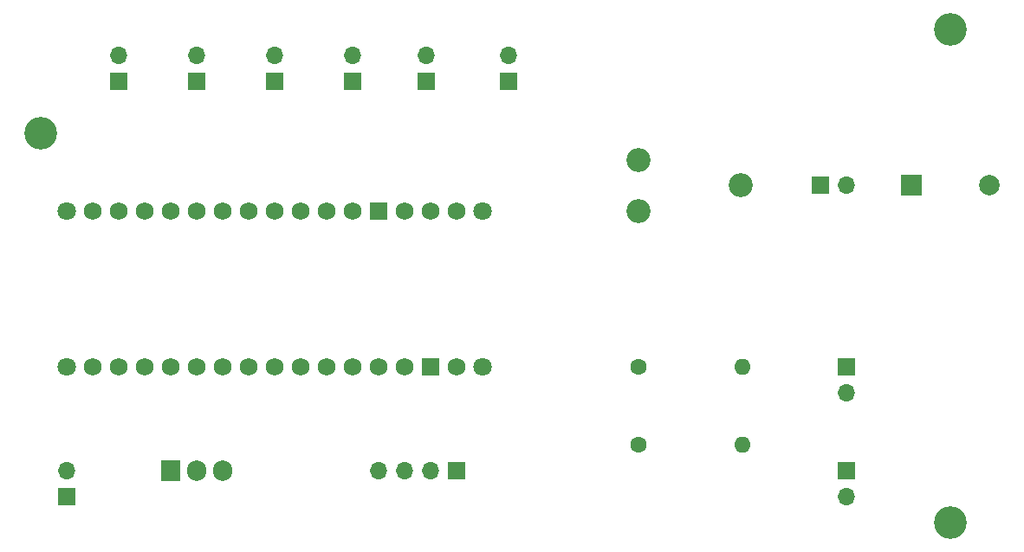
<source format=gbr>
%TF.GenerationSoftware,KiCad,Pcbnew,7.0.7*%
%TF.CreationDate,2023-09-11T15:30:13+03:00*%
%TF.ProjectId,PCB,5043422e-6b69-4636-9164-5f7063625858,rev?*%
%TF.SameCoordinates,Original*%
%TF.FileFunction,Soldermask,Bot*%
%TF.FilePolarity,Negative*%
%FSLAX46Y46*%
G04 Gerber Fmt 4.6, Leading zero omitted, Abs format (unit mm)*
G04 Created by KiCad (PCBNEW 7.0.7) date 2023-09-11 15:30:13*
%MOMM*%
%LPD*%
G01*
G04 APERTURE LIST*
%ADD10C,3.200000*%
%ADD11C,1.800000*%
%ADD12C,1.727200*%
%ADD13R,1.727200X1.727200*%
%ADD14O,1.905000X2.000000*%
%ADD15R,1.905000X2.000000*%
%ADD16C,2.340000*%
%ADD17O,1.600000X1.600000*%
%ADD18C,1.600000*%
%ADD19R,1.700000X1.700000*%
%ADD20O,1.700000X1.700000*%
%ADD21R,2.000000X2.000000*%
%ADD22C,2.000000*%
G04 APERTURE END LIST*
D10*
%TO.C,REF\u002A\u002A*%
X109220000Y-86360000D03*
%TD*%
%TO.C,REF\u002A\u002A*%
X198120000Y-124460000D03*
%TD*%
%TO.C,REF\u002A\u002A*%
X198120000Y-76200000D03*
%TD*%
D11*
%TO.C,A1*%
X111760000Y-93980000D03*
X152400000Y-109220000D03*
X111760000Y-109220000D03*
X152400000Y-93980000D03*
D12*
X116840000Y-109220000D03*
X142240000Y-109220000D03*
X121920000Y-109220000D03*
X124460000Y-109220000D03*
X127000000Y-109220000D03*
X129540000Y-109220000D03*
X132080000Y-109220000D03*
X134620000Y-109220000D03*
X137160000Y-109220000D03*
X139700000Y-109220000D03*
X119380000Y-109220000D03*
X147320000Y-93980000D03*
X149860000Y-93980000D03*
X139700000Y-93980000D03*
X137160000Y-93980000D03*
X134620000Y-93980000D03*
X132080000Y-93980000D03*
X129540000Y-93980000D03*
X127000000Y-93980000D03*
X124460000Y-93980000D03*
X121920000Y-93980000D03*
X119380000Y-93980000D03*
X116840000Y-93980000D03*
X114300000Y-93980000D03*
X114300000Y-109220000D03*
D13*
X142240000Y-93980000D03*
X147320000Y-109220000D03*
D12*
X144780000Y-93980000D03*
X144780000Y-109220000D03*
X149860000Y-109220000D03*
%TD*%
D14*
%TO.C,U1*%
X127000000Y-119380000D03*
X124460000Y-119380000D03*
D15*
X121920000Y-119380000D03*
%TD*%
D16*
%TO.C,RV1*%
X167640000Y-93980000D03*
X177640000Y-91480000D03*
X167640000Y-88980000D03*
%TD*%
D17*
%TO.C,R2*%
X177800000Y-109220000D03*
D18*
X167640000Y-109220000D03*
%TD*%
D17*
%TO.C,R1*%
X177800000Y-116840000D03*
D18*
X167640000Y-116840000D03*
%TD*%
D19*
%TO.C,J11*%
X111760000Y-121920000D03*
D20*
X111760000Y-119380000D03*
%TD*%
D19*
%TO.C,J10*%
X187960000Y-109220000D03*
D20*
X187960000Y-111760000D03*
%TD*%
D19*
%TO.C,J9*%
X187960000Y-119380000D03*
D20*
X187960000Y-121920000D03*
%TD*%
%TO.C,J8*%
X187960000Y-91440000D03*
D19*
X185420000Y-91440000D03*
%TD*%
%TO.C,J7*%
X116840000Y-81280000D03*
D20*
X116840000Y-78740000D03*
%TD*%
D19*
%TO.C,J6*%
X124460000Y-81280000D03*
D20*
X124460000Y-78740000D03*
%TD*%
D19*
%TO.C,J5*%
X132080000Y-81280000D03*
D20*
X132080000Y-78740000D03*
%TD*%
%TO.C,J4*%
X139700000Y-78740000D03*
D19*
X139700000Y-81280000D03*
%TD*%
D20*
%TO.C,J3*%
X146890000Y-78740000D03*
D19*
X146890000Y-81280000D03*
%TD*%
D20*
%TO.C,J2*%
X154940000Y-78740000D03*
D19*
X154940000Y-81280000D03*
%TD*%
D21*
%TO.C,BZ1*%
X194320000Y-91440000D03*
D22*
X201920000Y-91440000D03*
%TD*%
D19*
%TO.C,J1*%
X149860000Y-119380000D03*
D20*
X147320000Y-119380000D03*
X144780000Y-119380000D03*
X142240000Y-119380000D03*
%TD*%
M02*

</source>
